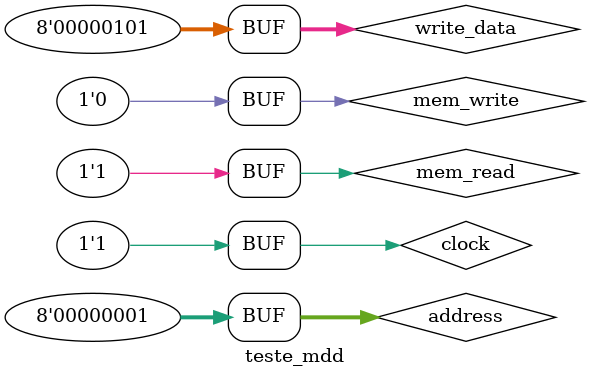
<source format=v>
		module teste_mdd;
		reg clock;
		reg [7:0] address; //Imediato+rs
		reg [7:0] write_data;//rt
		reg mem_write;
		reg mem_read;
		wire [7:0] mem_data;
		
		initial  begin 
		//Informacoes Zeradas
      clock = 0;
		address = 8'h00;
		write_data = 8'h00;
		mem_write = 0;
		mem_read = 0;
		#1 
		clock = 1;//Clock Habilitado
		address = 8'h01;//Endereço 01
		write_data = 8'h05; //Dado a ser escrita
		mem_write = 1; //Escrita Habilitada
		mem_read = 0;//Leitura Desabilitada
		#1 
		clock = 1;//Clock Habilitado
		address = 8'h01;//Endereço 01
		write_data = 8'h05; 
		mem_write = 0;
		mem_read = 1;//Leitura Desabilitada
		
      end
		initial begin
		$monitor("Time=%0t \n clock = %0b \n address = %0h \n write_data = %0h \n mem_write = %0b \n mem_read = %0h \n mem_data = %0h",
		$time, clock, address, write_data, mem_write, mem_read, mem_data);
		end
		
		MDD a(clock, address, write_data, mem_write, mem_read, mem_data);
		endmodule
		

</source>
